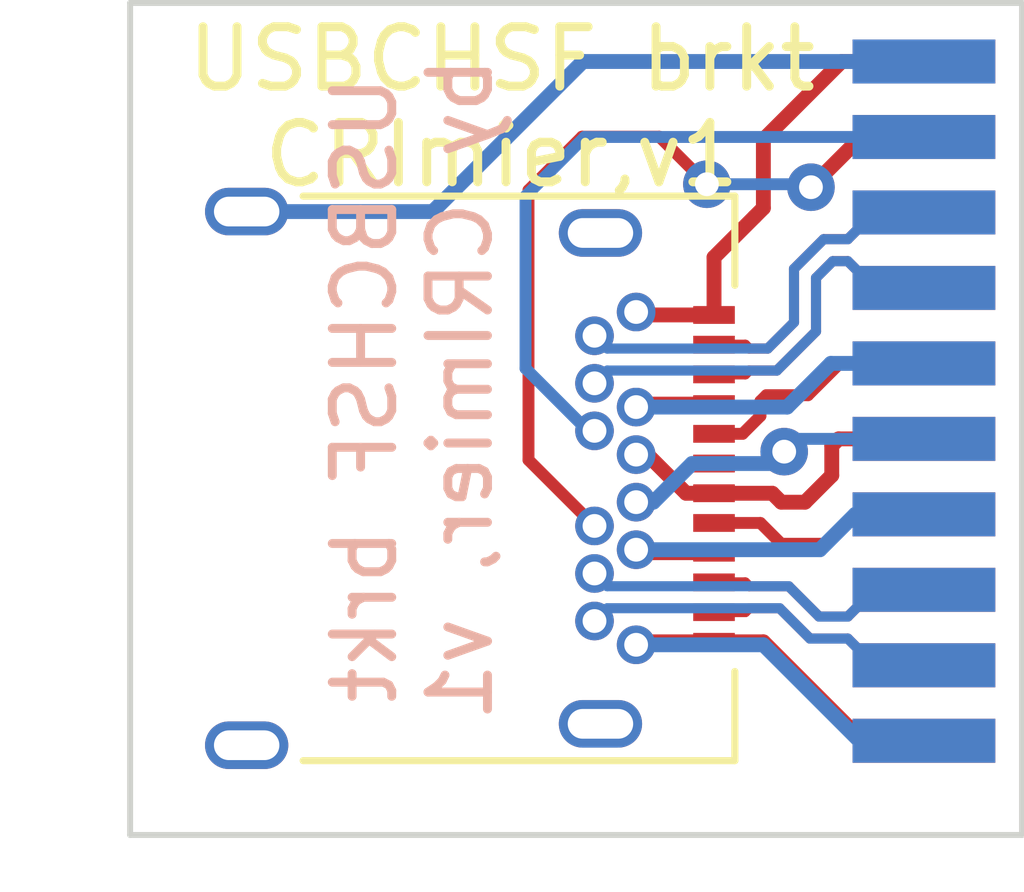
<source format=kicad_pcb>
(kicad_pcb (version 20211014) (generator pcbnew)
  (layers (0 "F.Cu" signal) (31 "B.Cu" signal) (34 "B.Paste" user) (35 "F.Paste" user) (36 "B.SilkS" user "B.Silkscreen") (37 "F.SilkS" user "F.Silkscreen") (38 "B.Mask" user) (39 "F.Mask" user) (44 "Edge.Cuts" user))
  (net 0 "")
  (net 1 "GND")
  (net 2 "TX1+")
  (net 3 "TX1-")
  (net 4 "VBUS")
  (net 5 "CC1")
  (net 6 "D+")
  (net 7 "D-")
  (net 8 "SBU1")
  (net 9 "RX2-")
  (net 10 "RX2+")
  (net 11 "TX2+")
  (net 12 "TX2-")
  (net 13 "CC2")
  (net 14 "SBU2")
  (net 15 "RX1-")
  (net 16 "RX1+")
  (net 17 "SHD")
  (footprint "Connector_USB:USB_C_Receptacle_Amphenol_12401548E4-2A" (layer "F.Cu") (at 83.8 70 -90)
    (fp_text reference "J1" hide)
    (fp_text value "USB_C_Receptacle")
    (fp_line (start 4.75 -5.37) (end 4.75 1.89) (layer "F.SilkS") (width 0.12))
    (fp_line (start -4.75 -5.37) (end -3.25 -5.37) (layer "F.SilkS") (width 0.12))
    (fp_line (start -4.75 -5.37) (end -4.75 1.89) (layer "F.SilkS") (width 0.12))
    (fp_line (start 3.25 -5.37) (end 4.75 -5.37) (layer "F.SilkS") (width 0.12))
    (pad "" np_thru_hole circle (at -3.6 -4.36 270) (size 0.65 0.65) (drill 0.65) (layers *.Cu *.Mask))
    (pad "" np_thru_hole oval (at 3.6 -4.36 270) (size 0.95 0.65) (drill oval 0.95 0.65) (layers *.Cu *.Mask))
    (pad "A1" smd rect (at -2.75 -5.02 270) (size 0.3 0.7) (layers "F.Cu" "F.Paste" "F.Mask") (net 1 "GND"))
    (pad "A2" smd rect (at -2.25 -5.02 270) (size 0.3 0.7) (layers "F.Cu" "F.Paste" "F.Mask") (net 2 "TX1+"))
    (pad "A3" smd rect (at -1.75 -5.02 270) (size 0.3 0.7) (layers "F.Cu" "F.Paste" "F.Mask") (net 3 "TX1-"))
    (pad "A4" smd rect (at -1.25 -5.02 270) (size 0.3 0.7) (layers "F.Cu" "F.Paste" "F.Mask") (net 4 "VBUS"))
    (pad "A5" smd rect (at -0.75 -5.02 270) (size 0.3 0.7) (layers "F.Cu" "F.Paste" "F.Mask") (net 5 "CC1"))
    (pad "A6" smd rect (at -0.25 -5.02 270) (size 0.3 0.7) (layers "F.Cu" "F.Paste" "F.Mask") (net 6 "D+"))
    (pad "A7" smd rect (at 0.25 -5.02 270) (size 0.3 0.7) (layers "F.Cu" "F.Paste" "F.Mask") (net 7 "D-"))
    (pad "A8" smd rect (at 0.75 -5.02 270) (size 0.3 0.7) (layers "F.Cu" "F.Paste" "F.Mask") (net 8 "SBU1"))
    (pad "A9" smd rect (at 1.25 -5.02 270) (size 0.3 0.7) (layers "F.Cu" "F.Paste" "F.Mask") (net 4 "VBUS"))
    (pad "A10" smd rect (at 1.75 -5.02 270) (size 0.3 0.7) (layers "F.Cu" "F.Paste" "F.Mask") (net 9 "RX2-"))
    (pad "A11" smd rect (at 2.25 -5.02 270) (size 0.3 0.7) (layers "F.Cu" "F.Paste" "F.Mask") (net 10 "RX2+"))
    (pad "A12" smd rect (at 2.75 -5.02 270) (size 0.3 0.7) (layers "F.Cu" "F.Paste" "F.Mask") (net 1 "GND"))
    (pad "B1" thru_hole circle (at 2.8 -3.71 270) (size 0.65 0.65) (drill 0.4) (layers *.Cu *.Mask) (net 1 "GND"))
    (pad "B2" thru_hole circle (at 2.4 -3.01 270) (size 0.65 0.65) (drill 0.4) (layers *.Cu *.Mask) (net 11 "TX2+"))
    (pad "B3" thru_hole circle (at 1.6 -3.01 270) (size 0.65 0.65) (drill 0.4) (layers *.Cu *.Mask) (net 12 "TX2-"))
    (pad "B4" thru_hole circle (at 1.2 -3.71 270) (size 0.65 0.65) (drill 0.4) (layers *.Cu *.Mask) (net 4 "VBUS"))
    (pad "B5" thru_hole circle (at 0.8 -3.01 270) (size 0.65 0.65) (drill 0.4) (layers *.Cu *.Mask) (net 13 "CC2"))
    (pad "B6" thru_hole circle (at 0.4 -3.71 270) (size 0.65 0.65) (drill 0.4) (layers *.Cu *.Mask) (net 6 "D+"))
    (pad "B7" thru_hole circle (at -0.4 -3.71 270) (size 0.65 0.65) (drill 0.4) (layers *.Cu *.Mask) (net 7 "D-"))
    (pad "B8" thru_hole circle (at -0.8 -3.01 270) (size 0.65 0.65) (drill 0.4) (layers *.Cu *.Mask) (net 14 "SBU2"))
    (pad "B9" thru_hole circle (at -1.2 -3.71 270) (size 0.65 0.65) (drill 0.4) (layers *.Cu *.Mask) (net 4 "VBUS"))
    (pad "B10" thru_hole circle (at -1.6 -3.01 270) (size 0.65 0.65) (drill 0.4) (layers *.Cu *.Mask) (net 15 "RX1-"))
    (pad "B11" thru_hole circle (at -2.4 -3.01 270) (size 0.65 0.65) (drill 0.4) (layers *.Cu *.Mask) (net 16 "RX1+"))
    (pad "B12" thru_hole circle (at -2.8 -3.71 270) (size 0.65 0.65) (drill 0.4) (layers *.Cu *.Mask) (net 1 "GND"))
    (pad "S1" thru_hole oval (at 4.13 -3.11 270) (size 0.8 1.4) (drill oval 0.5 1.1) (layers *.Cu *.Mask) (net 17 "SHD"))
    (pad "S1" thru_hole oval (at 4.49 2.84 270) (size 0.8 1.4) (drill oval 0.5 1.1) (layers *.Cu *.Mask) (net 17 "SHD"))
    (pad "S1" thru_hole oval (at -4.49 2.84 270) (size 0.8 1.4) (drill oval 0.5 1.1) (layers *.Cu *.Mask) (net 17 "SHD"))
    (pad "S1" thru_hole oval (at -4.13 -3.11 270) (size 0.8 1.4) (drill oval 0.5 1.1) (layers *.Cu *.Mask) (net 17 "SHD"))
  )
  (footprint "Connector_PinHeader_1.27mm:PinHeader_2x10_P1.27mm_Vertical_SMD" (layer "F.Cu") (at 92.468 68.7)
    (fp_text reference "J2" hide)
    (fp_text value "Conn_02x10_Odd_Even" hide)
    (pad "1" smd rect (at -0.118 -5.715) (size 2.4 0.74) (layers "F.Cu" "F.Mask") (net 1 "GND"))
    (pad "2" smd rect (at -0.118 -5.715) (size 2.4 0.74) (layers "B.Cu" "B.Paste" "B.Mask") (net 17 "SHD"))
    (pad "3" smd rect (at -0.118 -4.445) (size 2.4 0.74) (layers "F.Cu" "F.Mask") (net 13 "CC2"))
    (pad "4" smd rect (at -0.118 -4.445) (size 2.4 0.74) (layers "B.Cu" "B.Paste" "B.Mask") (net 14 "SBU2"))
    (pad "5" smd rect (at -0.118 -3.175) (size 2.4 0.74) (layers "F.Cu" "F.Mask") (net 2 "TX1+"))
    (pad "6" smd rect (at -0.118 -3.175) (size 2.4 0.74) (layers "B.Cu" "B.Paste" "B.Mask") (net 16 "RX1+"))
    (pad "7" smd rect (at -0.118 -1.905) (size 2.4 0.74) (layers "F.Cu" "F.Mask") (net 3 "TX1-"))
    (pad "8" smd rect (at -0.118 -1.905) (size 2.4 0.74) (layers "B.Cu" "B.Paste" "B.Mask") (net 15 "RX1-"))
    (pad "9" smd rect (at -0.118 -0.635) (size 2.4 0.74) (layers "F.Cu" "F.Mask") (net 5 "CC1"))
    (pad "10" smd rect (at -0.118 -0.635) (size 2.4 0.74) (layers "B.Cu" "B.Paste" "B.Mask") (net 4 "VBUS"))
    (pad "11" smd rect (at -0.118 0.635) (size 2.4 0.74) (layers "F.Cu" "F.Mask") (net 7 "D-"))
    (pad "12" smd rect (at -0.118 0.635) (size 2.4 0.74) (layers "B.Cu" "B.Paste" "B.Mask") (net 6 "D+"))
    (pad "13" smd rect (at -0.118 1.905) (size 2.4 0.74) (layers "F.Cu" "F.Mask") (net 8 "SBU1"))
    (pad "14" smd rect (at -0.118 1.905) (size 2.4 0.74) (layers "B.Cu" "B.Paste" "B.Mask") (net 4 "VBUS"))
    (pad "15" smd rect (at -0.118 3.175) (size 2.4 0.74) (layers "F.Cu" "F.Mask") (net 9 "RX2-"))
    (pad "16" smd rect (at -0.118 3.175) (size 2.4 0.74) (layers "B.Cu" "B.Paste" "B.Mask") (net 12 "TX2-"))
    (pad "17" smd rect (at -0.118 4.445) (size 2.4 0.74) (layers "F.Cu" "F.Mask") (net 10 "RX2+"))
    (pad "18" smd rect (at -0.118 4.445) (size 2.4 0.74) (layers "B.Cu" "B.Paste" "B.Mask") (net 11 "TX2+"))
    (pad "19" smd rect (at -0.118 5.715) (size 2.4 0.74) (layers "F.Cu" "F.Mask") (net 1 "GND"))
    (pad "20" smd rect (at -0.118 5.715) (size 2.4 0.74) (layers "B.Cu" "B.Paste" "B.Mask") (net 1 "GND"))
  )
  (gr_line (start 94 76) (end 79 76) (layer "Edge.Cuts") (width 0.1))
  (gr_line (start 79 62) (end 94 62) (layer "Edge.Cuts") (width 0.1))
  (gr_line (start 79 76) (end 79 62) (layer "Edge.Cuts") (width 0.1))
  (gr_line (start 94 62) (end 94 76) (layer "Edge.Cuts") (width 0.1))
  (gr_text "USBCHSF brkt\nby CRImier, v1" (at 83.75 68.5 90) (layer "B.SilkS") (effects (font (size 1 1)) (justify mirror)))
  (gr_text "USBCHSF brkt\nCRImier,v1" (at 85.25 63.75) (layer "F.SilkS") (effects (font (size 1 1))))
  (segment (start 87.56 72.75) (end 87.51 72.8) (width 0.25) (layer "F.Cu") (net 1))
  (segment (start 88.82 67.25) (end 87.56 67.25) (width 0.25) (layer "F.Cu") (net 1))
  (segment (start 91.315 74.415) (end 89.65 72.75) (width 0.25) (layer "F.Cu") (net 1))
  (segment (start 88.82 72.75) (end 87.56 72.75) (width 0.25) (layer "F.Cu") (net 1))
  (segment (start 89.5 65.6) (end 89.65 65.45) (width 0.25) (layer "F.Cu") (net 1))
  (segment (start 89.65 72.75) (end 88.82 72.75) (width 0.25) (layer "F.Cu") (net 1))
  (segment (start 90.965 62.985) (end 92.35 62.985) (width 0.25) (layer "F.Cu") (net 1))
  (segment (start 88.82 67.25) (end 88.82 66.28) (width 0.25) (layer "F.Cu") (net 1))
  (segment (start 88.82 66.28) (end 89.5 65.6) (width 0.25) (layer "F.Cu") (net 1))
  (segment (start 89.65 65.45) (end 89.65 64.3) (width 0.25) (layer "F.Cu") (net 1))
  (segment (start 89.65 64.3) (end 90.965 62.985) (width 0.25) (layer "F.Cu") (net 1))
  (segment (start 92.35 74.415) (end 91.315 74.415) (width 0.25) (layer "F.Cu") (net 1))
  (segment (start 87.56 67.25) (end 87.51 67.2) (width 0.25) (layer "F.Cu") (net 1))
  (segment (start 89.65 72.8) (end 91.265 74.415) (width 0.25) (layer "B.Cu") (net 1))
  (segment (start 91.265 74.415) (end 92.35 74.415) (width 0.25) (layer "B.Cu") (net 1))
  (segment (start 87.51 72.8) (end 89.65 72.8) (width 0.25) (layer "B.Cu") (net 1))
  (segment (start 89.410001 67.815) (end 89.72337 67.815) (width 0.17) (layer "F.Cu") (net 2))
  (segment (start 89.72337 67.815) (end 90.165 67.37337) (width 0.17) (layer "F.Cu") (net 2))
  (segment (start 91.52 65.525) (end 92.35 65.525) (width 0.17) (layer "F.Cu") (net 2))
  (segment (start 90.165 66.47337) (end 90.66337 65.975) (width 0.17) (layer "F.Cu") (net 2))
  (segment (start 89.345001 67.75) (end 89.410001 67.815) (width 0.17) (layer "F.Cu") (net 2))
  (segment (start 91.07 65.975) (end 91.52 65.525) (width 0.17) (layer "F.Cu") (net 2))
  (segment (start 90.66337 65.975) (end 91.07 65.975) (width 0.17) (layer "F.Cu") (net 2))
  (segment (start 88.82 67.75) (end 89.345001 67.75) (width 0.17) (layer "F.Cu") (net 2))
  (segment (start 90.165 67.37337) (end 90.165 66.47337) (width 0.17) (layer "F.Cu") (net 2))
  (segment (start 91.52 66.795) (end 92.35 66.795) (width 0.17) (layer "F.Cu") (net 3))
  (segment (start 90.81663 66.345) (end 91.07 66.345) (width 0.17) (layer "F.Cu") (net 3))
  (segment (start 89.410001 68.185) (end 89.87663 68.185) (width 0.17) (layer "F.Cu") (net 3))
  (segment (start 89.87663 68.185) (end 90.535 67.52663) (width 0.17) (layer "F.Cu") (net 3))
  (segment (start 91.07 66.345) (end 91.52 66.795) (width 0.17) (layer "F.Cu") (net 3))
  (segment (start 89.345001 68.25) (end 89.410001 68.185) (width 0.17) (layer "F.Cu") (net 3))
  (segment (start 90.535 67.52663) (end 90.535 66.62663) (width 0.17) (layer "F.Cu") (net 3))
  (segment (start 88.82 68.25) (end 89.345001 68.25) (width 0.17) (layer "F.Cu") (net 3))
  (segment (start 90.535 66.62663) (end 90.81663 66.345) (width 0.17) (layer "F.Cu") (net 3))
  (segment (start 87.56 68.75) (end 88.82 68.75) (width 0.25) (layer "F.Cu") (net 4))
  (segment (start 88.82 71.25) (end 87.56 71.25) (width 0.25) (layer "F.Cu") (net 4))
  (segment (start 87.51 68.8) (end 87.56 68.75) (width 0.25) (layer "F.Cu") (net 4))
  (segment (start 87.56 71.25) (end 87.51 71.2) (width 0.25) (layer "F.Cu") (net 4))
  (segment (start 90.6 71.2) (end 91.195 70.605) (width 0.25) (layer "B.Cu") (net 4))
  (segment (start 90.785 68.065) (end 92.35 68.065) (width 0.25) (layer "B.Cu") (net 4))
  (segment (start 87.51 68.8) (end 90.05 68.8) (width 0.25) (layer "B.Cu") (net 4))
  (segment (start 90.05 68.8) (end 90.785 68.065) (width 0.25) (layer "B.Cu") (net 4))
  (segment (start 87.51 71.2) (end 90.6 71.2) (width 0.25) (layer "B.Cu") (net 4))
  (segment (start 91.195 70.605) (end 92.35 70.605) (width 0.25) (layer "B.Cu") (net 4))
  (segment (start 90.4 68.6) (end 90.935 68.065) (width 0.2) (layer "F.Cu") (net 5))
  (segment (start 89.3 69.25) (end 89.6 68.95) (width 0.2) (layer "F.Cu") (net 5))
  (segment (start 89.6 68.95) (end 89.6 68.7) (width 0.2) (layer "F.Cu") (net 5))
  (segment (start 88.82 69.25) (end 89.3 69.25) (width 0.2) (layer "F.Cu") (net 5))
  (segment (start 90.935 68.065) (end 92.35 68.065) (width 0.2) (layer "F.Cu") (net 5))
  (segment (start 89.6 68.7) (end 89.7 68.6) (width 0.2) (layer "F.Cu") (net 5))
  (segment (start 89.7 68.6) (end 90.4 68.6) (width 0.2) (layer "F.Cu") (net 5))
  (segment (start 89.8 69.75) (end 90 69.55) (width 0.17) (layer "F.Cu") (net 6))
  (segment (start 88.82 69.75) (end 89.8 69.75) (width 0.17) (layer "F.Cu") (net 6))
  (via (at 90 69.55) (size 0.8) (drill 0.4) (layers "F.Cu" "B.Cu") (net 6))
  (segment (start 92.35 69.335) (end 90.215 69.335) (width 0.2) (layer "B.Cu") (net 6))
  (segment (start 88.45 69.75) (end 89.8 69.75) (width 0.25) (layer "B.Cu") (net 6))
  (segment (start 89.8 69.75) (end 90 69.55) (width 0.25) (layer "B.Cu") (net 6))
  (segment (start 90.215 69.335) (end 90 69.55) (width 0.2) (layer "B.Cu") (net 6))
  (segment (start 88.45 69.75) (end 87.8 70.4) (width 0.25) (layer "B.Cu") (net 6))
  (segment (start 87.8 70.4) (end 87.51 70.4) (width 0.25) (layer "B.Cu") (net 6))
  (segment (start 92.135 69.55) (end 92.35 69.335) (width 0.25) (layer "F.Cu") (net 7))
  (segment (start 89.95 70.4) (end 90.35 70.4) (width 0.25) (layer "F.Cu") (net 7))
  (segment (start 88.82 70.25) (end 89.8 70.25) (width 0.25) (layer "F.Cu") (net 7))
  (segment (start 90.35 70.4) (end 90.8 69.95) (width 0.25) (layer "F.Cu") (net 7))
  (segment (start 90.8 69.45) (end 90.915 69.335) (width 0.25) (layer "F.Cu") (net 7))
  (segment (start 89.8 70.25) (end 89.95 70.4) (width 0.25) (layer "F.Cu") (net 7))
  (segment (start 87.7 69.6) (end 87.51 69.6) (width 0.25) (layer "F.Cu") (net 7))
  (segment (start 88.82 70.25) (end 88.35 70.25) (width 0.25) (layer "F.Cu") (net 7))
  (segment (start 90.915 69.335) (end 92.35 69.335) (width 0.25) (layer "F.Cu") (net 7))
  (segment (start 88.35 70.25) (end 87.7 69.6) (width 0.25) (layer "F.Cu") (net 7))
  (segment (start 90.8 69.95) (end 90.8 69.45) (width 0.25) (layer "F.Cu") (net 7))
  (segment (start 89.6 70.75) (end 89.95 71.1) (width 0.2) (layer "F.Cu") (net 8))
  (segment (start 92.305 70.65) (end 92.35 70.605) (width 0.25) (layer "F.Cu") (net 8))
  (segment (start 90.7 71.1) (end 91.195 70.605) (width 0.2) (layer "F.Cu") (net 8))
  (segment (start 88.82 70.75) (end 89.6 70.75) (width 0.2) (layer "F.Cu") (net 8))
  (segment (start 91.195 70.605) (end 92.35 70.605) (width 0.2) (layer "F.Cu") (net 8))
  (segment (start 89.95 71.1) (end 90.7 71.1) (width 0.2) (layer "F.Cu") (net 8))
  (segment (start 89.345001 71.75) (end 89.410001 71.815) (width 0.17) (layer "F.Cu") (net 9))
  (segment (start 88.82 71.75) (end 89.345001 71.75) (width 0.17) (layer "F.Cu") (net 9))
  (segment (start 91.07 72.325) (end 91.52 71.875) (width 0.17) (layer "F.Cu") (net 9))
  (segment (start 89.410001 71.815) (end 90.07663 71.815) (width 0.17) (layer "F.Cu") (net 9))
  (segment (start 90.07663 71.815) (end 90.58663 72.325) (width 0.17) (layer "F.Cu") (net 9))
  (segment (start 91.52 71.875) (end 92.35 71.875) (width 0.17) (layer "F.Cu") (net 9))
  (segment (start 90.58663 72.325) (end 91.07 72.325) (width 0.17) (layer "F.Cu") (net 9))
  (segment (start 88.82 72.25) (end 89.345001 72.25) (width 0.17) (layer "F.Cu") (net 10))
  (segment (start 89.345001 72.25) (end 89.410001 72.185) (width 0.17) (layer "F.Cu") (net 10))
  (segment (start 89.410001 72.185) (end 89.92337 72.185) (width 0.17) (layer "F.Cu") (net 10))
  (segment (start 91.52 73.145) (end 92.35 73.145) (width 0.17) (layer "F.Cu") (net 10))
  (segment (start 89.92337 72.185) (end 90.43337 72.695) (width 0.17) (layer "F.Cu") (net 10))
  (segment (start 91.07 72.695) (end 91.52 73.145) (width 0.17) (layer "F.Cu") (net 10))
  (segment (start 90.43337 72.695) (end 91.07 72.695) (width 0.17) (layer "F.Cu") (net 10))
  (segment (start 86.81 72.4) (end 87.025 72.185) (width 0.17) (layer "B.Cu") (net 11))
  (segment (start 91.07 72.695) (end 91.52 73.145) (width 0.17) (layer "B.Cu") (net 11))
  (segment (start 90.43337 72.695) (end 91.07 72.695) (width 0.17) (layer "B.Cu") (net 11))
  (segment (start 91.52 73.145) (end 92.35 73.145) (width 0.17) (layer "B.Cu") (net 11))
  (segment (start 87.025 72.185) (end 89.92337 72.185) (width 0.17) (layer "B.Cu") (net 11))
  (segment (start 89.92337 72.185) (end 90.43337 72.695) (width 0.17) (layer "B.Cu") (net 11))
  (segment (start 91.52 71.875) (end 92.35 71.875) (width 0.17) (layer "B.Cu") (net 12))
  (segment (start 86.81 71.6) (end 87.025 71.815) (width 0.17) (layer "B.Cu") (net 12))
  (segment (start 90.58663 72.325) (end 91.07 72.325) (width 0.17) (layer "B.Cu") (net 12))
  (segment (start 91.07 72.325) (end 91.52 71.875) (width 0.17) (layer "B.Cu") (net 12))
  (segment (start 87.025 71.815) (end 90.07663 71.815) (width 0.17) (layer "B.Cu") (net 12))
  (segment (start 90.07663 71.815) (end 90.58663 72.325) (width 0.17) (layer "B.Cu") (net 12))
  (segment (start 87.9 64.25) (end 88.7 65.05) (width 0.2) (layer "F.Cu") (net 13))
  (segment (start 85.7 69.69) (end 85.7 65.15) (width 0.2) (layer "F.Cu") (net 13))
  (segment (start 86.6 64.25) (end 87.9 64.25) (width 0.2) (layer "F.Cu") (net 13))
  (segment (start 91.295 64.255) (end 90.45 65.1) (width 0.25) (layer "F.Cu") (net 13))
  (segment (start 92.35 64.255) (end 91.295 64.255) (width 0.25) (layer "F.Cu") (net 13))
  (segment (start 86.81 70.8) (end 85.7 69.69) (width 0.2) (layer "F.Cu") (net 13))
  (segment (start 85.7 65.15) (end 86.6 64.25) (width 0.2) (layer "F.Cu") (net 13))
  (via (at 88.7 65.05) (size 0.8) (drill 0.4) (layers "F.Cu" "B.Cu") (net 13))
  (via (at 90.45 65.1) (size 0.8) (drill 0.4) (layers "F.Cu" "B.Cu") (net 13))
  (segment (start 88.7 65.05) (end 90.4 65.05) (width 0.2) (layer "B.Cu") (net 13))
  (segment (start 90.4 65.05) (end 90.45 65.1) (width 0.2) (layer "B.Cu") (net 13))
  (segment (start 85.65 65.25) (end 86.645 64.255) (width 0.2) (layer "B.Cu") (net 14))
  (segment (start 86.81 69.2) (end 86.7 69.2) (width 0.2) (layer "B.Cu") (net 14))
  (segment (start 85.65 68.15) (end 85.65 65.25) (width 0.2) (layer "B.Cu") (net 14))
  (segment (start 86.7 69.2) (end 85.65 68.15) (width 0.2) (layer "B.Cu") (net 14))
  (segment (start 86.645 64.255) (end 92.35 64.255) (width 0.2) (layer "B.Cu") (net 14))
  (segment (start 91.07 66.345) (end 91.52 66.795) (width 0.17) (layer "B.Cu") (net 15))
  (segment (start 91.52 66.795) (end 92.35 66.795) (width 0.17) (layer "B.Cu") (net 15))
  (segment (start 90.81663 66.345) (end 91.07 66.345) (width 0.17) (layer "B.Cu") (net 15))
  (segment (start 87.025 68.185) (end 89.87663 68.185) (width 0.17) (layer "B.Cu") (net 15))
  (segment (start 86.81 68.4) (end 87.025 68.185) (width 0.17) (layer "B.Cu") (net 15))
  (segment (start 90.535 67.52663) (end 90.535 66.62663) (width 0.17) (layer "B.Cu") (net 15))
  (segment (start 89.87663 68.185) (end 90.535 67.52663) (width 0.17) (layer "B.Cu") (net 15))
  (segment (start 90.535 66.62663) (end 90.81663 66.345) (width 0.17) (layer "B.Cu") (net 15))
  (segment (start 90.165 66.47337) (end 90.66337 65.975) (width 0.17) (layer "B.Cu") (net 16))
  (segment (start 86.81 67.6) (end 87.025 67.815) (width 0.17) (layer "B.Cu") (net 16))
  (segment (start 89.72337 67.815) (end 90.165 67.37337) (width 0.17) (layer "B.Cu") (net 16))
  (segment (start 90.165 67.37337) (end 90.165 66.47337) (width 0.17) (layer "B.Cu") (net 16))
  (segment (start 90.66337 65.975) (end 91.07 65.975) (width 0.17) (layer "B.Cu") (net 16))
  (segment (start 91.07 65.975) (end 91.52 65.525) (width 0.17) (layer "B.Cu") (net 16))
  (segment (start 87.025 67.815) (end 89.72337 67.815) (width 0.17) (layer "B.Cu") (net 16))
  (segment (start 91.52 65.525) (end 92.35 65.525) (width 0.17) (layer "B.Cu") (net 16))
  (segment (start 86.615 62.985) (end 92.35 62.985) (width 0.25) (layer "B.Cu") (net 17))
  (segment (start 80.96 65.51) (end 84.09 65.51) (width 0.25) (layer "B.Cu") (net 17))
  (segment (start 84.09 65.51) (end 86.615 62.985) (width 0.25) (layer "B.Cu") (net 17))
)
</source>
